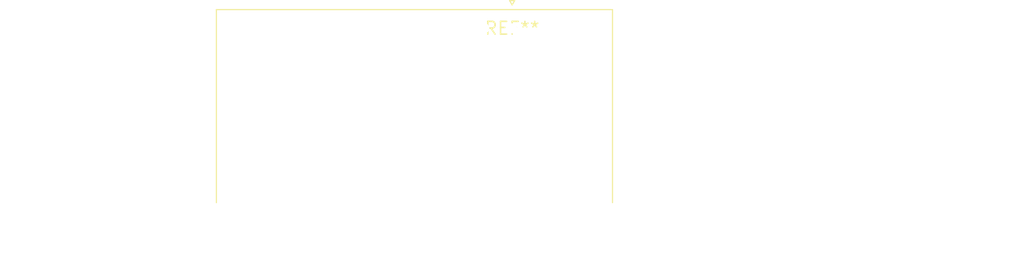
<source format=kicad_pcb>
(kicad_pcb (version 20240108) (generator pcbnew)
  (layers (0 "F.Cu" signal) (31 "B.Cu" signal) (34 "B.Paste" user) (35 "F.Paste" user) (36 "B.SilkS" user "B.Silkscreen") (37 "F.SilkS" user "F.Silkscreen") (38 "B.Mask" user) (39 "F.Mask" user) (44 "Edge.Cuts" user))
  (net 0 "")
  (footprint "DSUB-15_Female_Horizontal_P2.77x2.84mm_EdgePinOffset14.56mm_Housed_MountingHolesOffset8.20mm" (layer "F.Cu") (at 0 0)
    (property "Reference" "REF**")
    (property "Value" "DSUB-15_Female_Horizontal_P2.77x2.84mm_EdgePinOffset14.56mm_Housed_MountingHolesOffset8.20mm")
    (fp_line (start -29.355 -1.86) (end 9.965 -1.86) (layer "F.SilkS") (stroke (width 0.12)))
    (fp_line (start -29.355 17.34) (end -29.355 -1.86) (layer "F.SilkS") (stroke (width 0.12)))
    (fp_line (start -0.25 -2.754338) (end 0.25 -2.754338) (layer "F.SilkS") (stroke (width 0.12)))
    (fp_line (start 0 -2.321325) (end -0.25 -2.754338) (layer "F.SilkS") (stroke (width 0.12)))
    (fp_line (start 0.25 -2.754338) (end 0 -2.321325) (layer "F.SilkS") (stroke (width 0.12)))
    (fp_line (start 9.965 -1.86) (end 9.965 17.34) (layer "F.SilkS") (stroke (width 0.12)))
    (pad "0" thru_hole circle (at -26.345 9.2) (size 4 4) (drill 3.2) (layers *.Cu *.Mask) (remove_unused_layers))
    (pad "0" thru_hole circle (at 6.955 9.2) (size 4 4) (drill 3.2) (layers *.Cu *.Mask) (remove_unused_layers))
    (pad "1" thru_hole rect (at 0 0) (size 1.6 1.6) (drill 1) (layers *.Cu *.Mask) (remove_unused_layers))
    (pad "2" thru_hole circle (at -2.77 0) (size 1.6 1.6) (drill 1) (layers *.Cu *.Mask) (remove_unused_layers))
    (pad "3" thru_hole circle (at -5.54 0) (size 1.6 1.6) (drill 1) (layers *.Cu *.Mask) (remove_unused_layers))
    (pad "4" thru_hole circle (at -8.31 0) (size 1.6 1.6) (drill 1) (layers *.Cu *.Mask) (remove_unused_layers))
    (pad "5" thru_hole circle (at -11.08 0) (size 1.6 1.6) (drill 1) (layers *.Cu *.Mask) (remove_unused_layers))
    (pad "6" thru_hole circle (at -13.85 0) (size 1.6 1.6) (drill 1) (layers *.Cu *.Mask) (remove_unused_layers))
    (pad "7" thru_hole circle (at -16.62 0) (size 1.6 1.6) (drill 1) (layers *.Cu *.Mask) (remove_unused_layers))
    (pad "8" thru_hole circle (at -19.39 0) (size 1.6 1.6) (drill 1) (layers *.Cu *.Mask) (remove_unused_layers))
    (pad "9" thru_hole circle (at -1.385 2.84) (size 1.6 1.6) (drill 1) (layers *.Cu *.Mask) (remove_unused_layers))
    (pad "10" thru_hole circle (at -4.155 2.84) (size 1.6 1.6) (drill 1) (layers *.Cu *.Mask) (remove_unused_layers))
    (pad "11" thru_hole circle (at -6.925 2.84) (size 1.6 1.6) (drill 1) (layers *.Cu *.Mask) (remove_unused_layers))
    (pad "12" thru_hole circle (at -9.695 2.84) (size 1.6 1.6) (drill 1) (layers *.Cu *.Mask) (remove_unused_layers))
    (pad "13" thru_hole circle (at -12.465 2.84) (size 1.6 1.6) (drill 1) (layers *.Cu *.Mask) (remove_unused_layers))
    (pad "14" thru_hole circle (at -15.235 2.84) (size 1.6 1.6) (drill 1) (layers *.Cu *.Mask) (remove_unused_layers))
    (pad "15" thru_hole circle (at -18.005 2.84) (size 1.6 1.6) (drill 1) (layers *.Cu *.Mask) (remove_unused_layers))
  )
)
</source>
